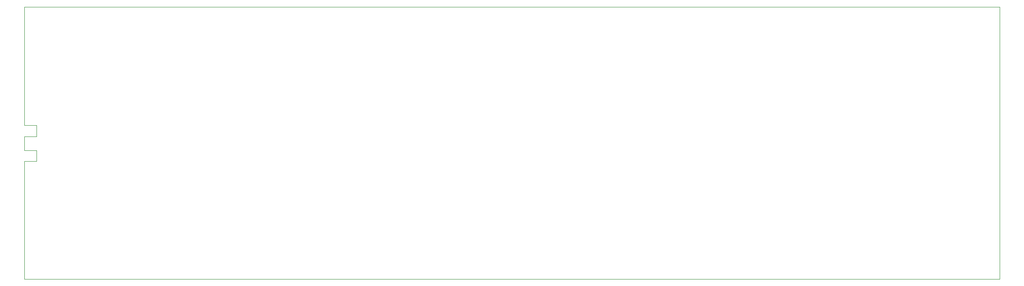
<source format=gbr>
%TF.GenerationSoftware,Altium Limited,Altium Designer,19.0.10 (269)*%
G04 Layer_Color=0*
%FSLAX26Y26*%
%MOIN*%
%TF.FileFunction,Profile,NP*%
%TF.Part,Single*%
G01*
G75*
%TA.AperFunction,Profile*%
%ADD85C,0.001000*%
D85*
X0Y990158D02*
X92520D01*
Y905512D01*
X0D01*
Y0D01*
X7480315D01*
Y2094488D01*
X0D01*
Y1183071D01*
X92520D01*
Y1098425D01*
X0D01*
Y990158D01*
%TF.MD5,b95933a1f65e816a990e088ce4846afb*%
M02*

</source>
